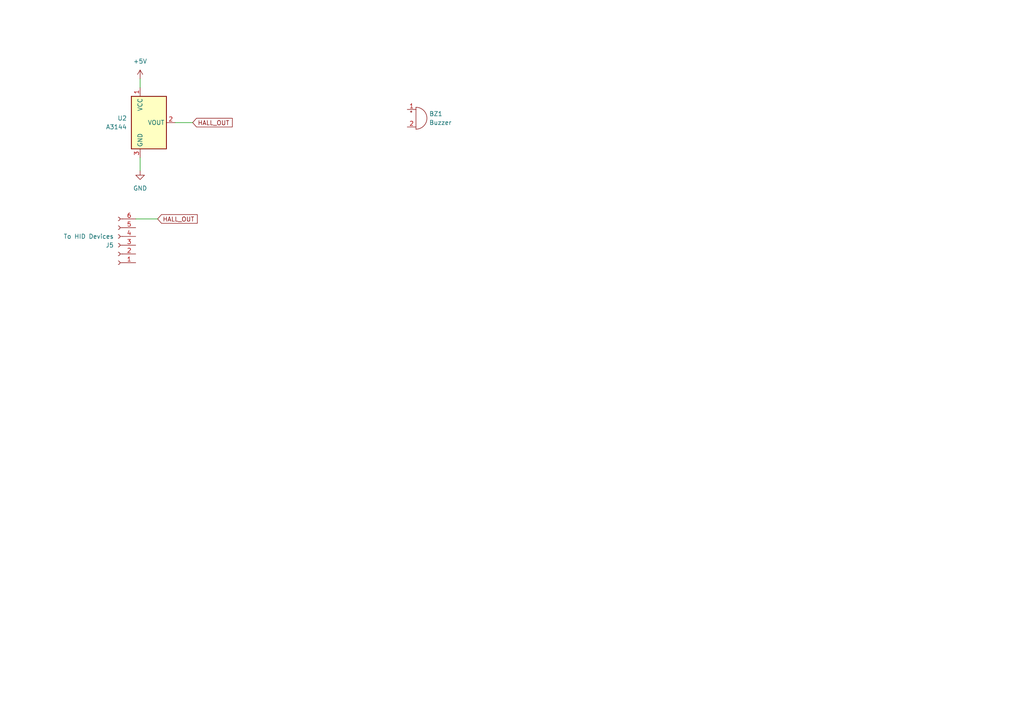
<source format=kicad_sch>
(kicad_sch (version 20230121) (generator eeschema)
  (paper "A4")
  (lib_symbols
    (symbol "Connector:Conn_01x06_Socket" (pin_names (offset 1.016) hide)
      (property "Reference" "J" (at 0 7.62 0))
      (property "Value" "Conn_01x06_Socket" (at 0 -10.16 0))
      (symbol "Conn_01x06_Socket_1_1"
        (arc (start 0 -7.112) (mid -0.5058 -7.62) (end 0 -8.128) (stroke (width 0.1524)))
        (arc (start 0 -4.572) (mid -0.5058 -5.08) (end 0 -5.588) (stroke (width 0.1524)))
        (arc (start 0 -2.032) (mid -0.5058 -2.54) (end 0 -3.048) (stroke (width 0.1524)))
        (polyline (pts (xy -1.27 -7.62) (xy -0.508 -7.62)) (stroke (width 0.1524)))
        (polyline (pts (xy -1.27 -5.08) (xy -0.508 -5.08)) (stroke (width 0.1524)))
        (polyline (pts (xy -1.27 -2.54) (xy -0.508 -2.54)) (stroke (width 0.1524)))
        (polyline (pts (xy -1.27 0) (xy -0.508 0)) (stroke (width 0.1524)))
        (polyline (pts (xy -1.27 2.54) (xy -0.508 2.54)) (stroke (width 0.1524)))
        (polyline (pts (xy -1.27 5.08) (xy -0.508 5.08)) (stroke (width 0.1524)))
        (arc (start 0 0.508) (mid -0.5058 0) (end 0 -0.508) (stroke (width 0.1524)))
        (arc (start 0 3.048) (mid -0.5058 2.54) (end 0 2.032) (stroke (width 0.1524)))
        (arc (start 0 5.588) (mid -0.5058 5.08) (end 0 4.572) (stroke (width 0.1524)))
        (pin passive line (at -5.08 5.08 0) (length 3.81) (name "Pin_1") (number "1"))
        (pin passive line (at -5.08 2.54 0) (length 3.81) (name "Pin_2") (number "2"))
        (pin passive line (at -5.08 0 0) (length 3.81) (name "Pin_3") (number "3"))
        (pin passive line (at -5.08 -2.54 0) (length 3.81) (name "Pin_4") (number "4"))
        (pin passive line (at -5.08 -5.08 0) (length 3.81) (name "Pin_5") (number "5"))
        (pin passive line (at -5.08 -7.62 0) (length 3.81) (name "Pin_6") (number "6"))
      )
    )
    (symbol "Device:Buzzer" (pin_names (offset 0.0254) hide)
      (property "Reference" "BZ" (at 3.81 1.27 0))
      (property "Value" "Buzzer" (at 3.81 -1.27 0))
      (symbol "Buzzer_0_1"
        (arc (start 0 -3.175) (mid 3.1612 0) (end 0 3.175))
        (polyline (pts (xy -1.651 1.905) (xy -1.143 1.905)))
        (polyline (pts (xy -1.397 2.159) (xy -1.397 1.651)))
        (polyline (pts (xy 0 3.175) (xy 0 -3.175)))
      )
      (symbol "Buzzer_1_1"
        (pin passive line (at -2.54 2.54 0) (length 2.54) (name "+") (number "1"))
        (pin passive line (at -2.54 -2.54 0) (length 2.54) (name "-") (number "2"))
      )
    )
    (symbol "Sensor_Magnetic:A1101ELHL"
      (property "Reference" "U" (at 0 11.43 0))
      (property "Value" "A1101ELHL" (at 0 8.89 0))
      (symbol "A1101ELHL_0_1"
        (rectangle (start -5.08 7.62) (end 5.08 -7.62) (stroke (width 0.254)) (fill (type background)))
      )
      (symbol "A1101ELHL_1_1"
        (pin power_in line (at -2.54 10.16 270) (length 2.54) (name "VCC") (number "1"))
        (pin open_collector line (at 7.62 0 180) (length 2.54) (name "VOUT") (number "2"))
        (pin power_in line (at -2.54 -10.16 90) (length 2.54) (name "GND") (number "3"))
      )
    )
    (symbol "power:+5V" (power) (pin_names (offset 0))
      (property "Value" "+5V" (at 0 3.556 0))
      (symbol "+5V_0_1"
        (polyline (pts (xy -0.762 1.27) (xy 0 2.54)))
        (polyline (pts (xy 0 0) (xy 0 2.54)))
        (polyline (pts (xy 0 2.54) (xy 0.762 1.27)))
      )
      (symbol "+5V_1_1"
        (pin power_in line (at 0 0 90) (length 0) hide (name "+5V") (number "1"))
      )
    )
    (symbol "power:GND" (power) (pin_names (offset 0))
      (property "Value" "GND" (at 0 -3.81 0))
      (symbol "GND_0_1"
        (polyline (pts (xy 0 0) (xy 0 -1.27) (xy 1.27 -1.27) (xy 0 -2.54) (xy -1.27 -1.27) (xy 0 -1.27)))
      )
      (symbol "GND_1_1"
        (pin power_in line (at 0 0 270) (length 0) hide (name "GND") (number "1"))
      )
    )
  )
  (wire (pts (xy 39.37 63.5) (xy 45.72 63.5)))
  (wire (pts (xy 55.88 35.56) (xy 50.8 35.56)))
  (wire (pts (xy 40.64 49.53) (xy 40.64 45.72)))
  (wire (pts (xy 40.64 22.86) (xy 40.64 25.4)))
  (global_label "HALL_OUT" (shape input) (at 55.88 35.56 0) (property "Intersheetrefs" "${INTERSHEET_REFS}" (effects hide)))
  (global_label "HALL_OUT" (shape input) (at 45.72 63.5 0) (property "Intersheetrefs" "${INTERSHEET_REFS}" (effects hide)))
  (symbol (lib_id "Connector:Conn_01x06_Socket") (at 34.29 71.12 180) (unit 1)
    (property "Reference" "J5" (at 33.02 71.12 0) (effects (justify left)))
    (property "Value" "To HID Devices" (at 33.02 68.58 0) (effects (justify left)))
    (property "Footprint" "Connector_Molex:Molex_Mini-Fit_Jr_5569-06A2_2x03_P4.20mm_Horizontal" (effects hide))
  )
  (symbol (lib_id "power:GND") (at 40.64 49.53 0) (unit 1)
    (property "Reference" "#PWR024" (effects hide))
    (property "Value" "GND" (at 40.64 54.61 0))
  )
  (symbol (lib_id "Device:Buzzer") (at 120.65 34.29 0) (unit 1) (on_board no)
    (property "Reference" "BZ1" (at 124.46 33.02 0) (effects (justify left)))
    (property "Value" "Buzzer" (at 124.46 35.56 0) (effects (justify left)))
  )
  (symbol (lib_id "Sensor_Magnetic:A1101ELHL") (at 43.18 35.56 0) (unit 1) (on_board no)
    (property "Reference" "U2" (at 36.83 34.29 0) (effects (justify right)))
    (property "Value" "A3144" (at 36.83 36.83 0) (effects (justify right)))
    (property "Footprint" "Package_TO_SOT_THT:TO-92L_Inline" (effects hide))
  )
  (symbol (lib_id "power:+5V") (at 40.64 22.86 0) (unit 1)
    (property "Reference" "#PWR023" (effects hide))
    (property "Value" "+5V" (at 40.64 17.78 0))
  )
)
</source>
